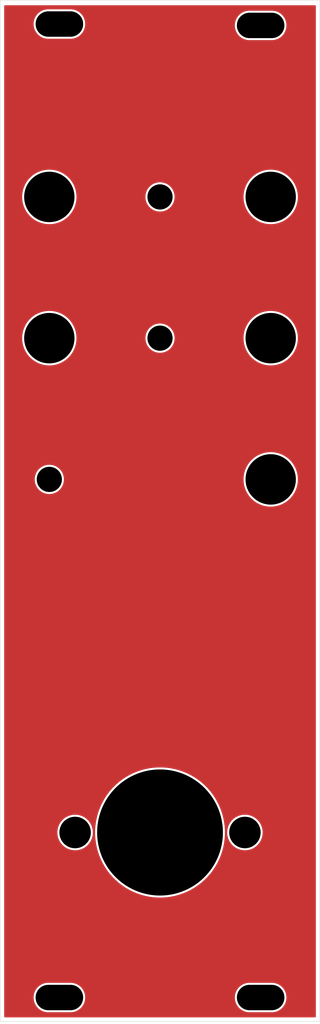
<source format=kicad_pcb>
(kicad_pcb (version 20240108) (generator "pcbnew") (generator_version "8.0")
  (layers (0 "F.Cu" signal) (31 "B.Cu" signal) (34 "B.Paste" user) (35 "F.Paste" user) (36 "B.SilkS" user "B.Silkscreen") (37 "F.SilkS" user "F.Silkscreen") (38 "B.Mask" user) (39 "F.Mask" user) (44 "Edge.Cuts" user))
  (net 0 "")
  (footprint "panel:Mounting Slot" (layer "F.Cu") (at 114.3 156.03)
    (property "Reference" "REF**" (hide yes))
    (property "Value" "Mounting Slot" (hide yes))
    (pad "" np_thru_hole oval (at 0 0) (size 6 3.2) (drill oval 6 3.2) (layers "*.Mask"))
  )
  (footprint "panel:Jack Hole" (layer "F.Cu") (at 140.97 73.025)
    (property "Reference" "REF**" (hide yes))
    (property "Value" "Jack Hole" (hide yes))
    (pad "" np_thru_hole circle (at 0 0) (size 6.35 6.35) (drill 6.35) (layers "*.Mask"))
  )
  (footprint "panel:LED Hole" (layer "F.Cu") (at 113.03 90.805)
    (property "Reference" "REF**" (hide yes))
    (property "Value" "LED Hole" (hide yes))
    (pad "" np_thru_hole circle (at 0 0) (size 3.175 3.175) (drill 3.175) (layers "*.Mask"))
  )
  (footprint "panel:Jack Hole" (layer "F.Cu") (at 113.03 55.245)
    (property "Reference" "REF**" (hide yes))
    (property "Value" "Jack Hole" (hide yes))
    (pad "" np_thru_hole circle (at 0 0) (size 6.35 6.35) (drill 6.35) (layers "*.Mask"))
  )
  (footprint "panel:Mounting Slot" (layer "F.Cu") (at 139.7 156.03)
    (property "Reference" "REF**" (hide yes))
    (property "Value" "Mounting Slot" (hide yes))
    (pad "" np_thru_hole oval (at 0 0) (size 6 3.2) (drill oval 6 3.2) (layers "*.Mask"))
  )
  (footprint "panel:Jack Hole" (layer "F.Cu") (at 140.97 55.245)
    (property "Reference" "REF**" (hide yes))
    (property "Value" "Jack Hole" (hide yes))
    (pad "" np_thru_hole circle (at 0 0) (size 6.35 6.35) (drill 6.35) (layers "*.Mask"))
  )
  (footprint "panel:Mounting Slot" (layer "F.Cu") (at 139.7 33.655)
    (property "Reference" "REF**" (hide yes))
    (property "Value" "Mounting Slot" (hide yes))
    (pad "" np_thru_hole oval (at 0 0) (size 6 3.2) (drill oval 6 3.2) (layers "*.Mask"))
  )
  (footprint "panel:MIDI Jack" (layer "F.Cu") (at 127 135.255)
    (property "Reference" "REF**" (hide yes))
    (property "Value" "MIDI Jack" (hide yes))
    (pad "" np_thru_hole circle (at -10.715625 0) (size 3.96875 3.96875) (drill 3.96875) (layers "*.Mask"))
    (pad "" np_thru_hole circle (at 0 0) (size 15.875 15.875) (drill 15.875) (layers "*.Mask"))
    (pad "" np_thru_hole circle (at 10.715625 0) (size 3.96875 3.96875) (drill 3.96875) (layers "*.Mask"))
  )
  (footprint "panel:Mounting Slot" (layer "F.Cu") (at 114.3 33.48)
    (property "Reference" "REF**" (hide yes))
    (property "Value" "Mounting Slot" (hide yes))
    (pad "" np_thru_hole oval (at 0 0) (size 6 3.2) (drill oval 6 3.2) (layers "*.Mask"))
  )
  (footprint "panel:Jack Hole" (layer "F.Cu") (at 140.97 90.805)
    (property "Reference" "REF**" (hide yes))
    (property "Value" "Jack Hole" (hide yes))
    (pad "" np_thru_hole circle (at 0 0) (size 6.35 6.35) (drill 6.35) (layers "*.Mask"))
  )
  (footprint "panel:LED Hole" (layer "F.Cu") (at 127 73.025)
    (property "Reference" "REF**" (hide yes))
    (property "Value" "LED Hole" (hide yes))
    (pad "" np_thru_hole circle (at 0 0) (size 3.175 3.175) (drill 3.175) (layers "*.Mask"))
  )
  (footprint "panel:LED Hole" (layer "F.Cu") (at 127 55.245)
    (property "Reference" "REF**" (hide yes))
    (property "Value" "LED Hole" (hide yes))
    (pad "" np_thru_hole circle (at 0 0) (size 3.175 3.175) (drill 3.175) (layers "*.Mask"))
  )
  (footprint "panel:Jack Hole" (layer "F.Cu") (at 113.03 73.025)
    (property "Reference" "REF**" (hide yes))
    (property "Value" "Jack Hole" (hide yes))
    (pad "" np_thru_hole circle (at 0 0) (size 6.35 6.35) (drill 6.35) (layers "*.Mask"))
  )
  (gr_rect (start 106.83 30.48) (end 147.17 159.03) (stroke (width 0.05)) (fill none) (layer "Edge.Cuts"))
  (zone (net 0) (net_name "") (layer "F.Cu") (priority 3) (connect_pads (clearance 0.5)) (min_thickness 0.25) (fill yes (thermal_gap 0.5) (thermal_bridge_width 0.5) (island_removal_mode 1) (island_area_min 10))
    (polygon (pts (xy 107.315 158.75) (xy 107.315 31.115) (xy 146.685 31.115) (xy 146.685 158.75)))
  )
)
</source>
